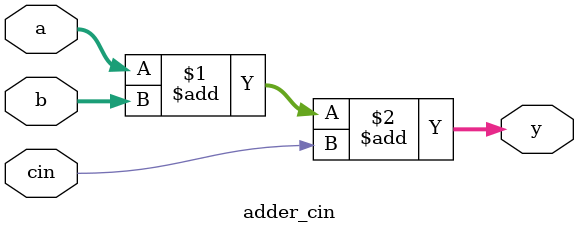
<source format=sv>
module adder_cin
	#(parameter width = 18) 
	(input logic [width-1:0] a, b,
	input logic cin,
	output logic [width-1:0] y);
	assign y = a + b + cin;
endmodule
</source>
